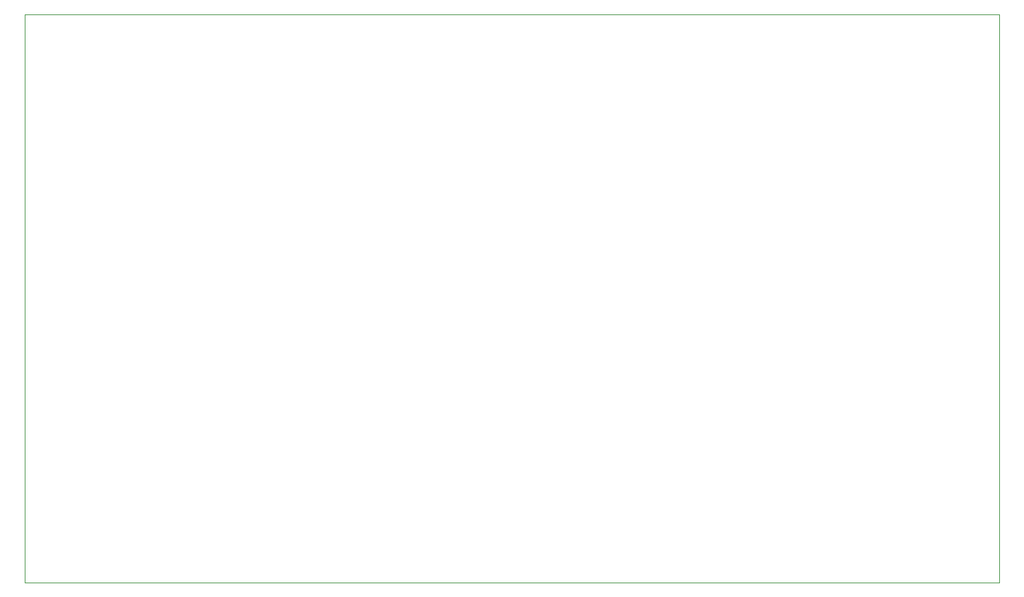
<source format=gm1>
%TF.GenerationSoftware,KiCad,Pcbnew,8.0.4*%
%TF.CreationDate,2024-09-13T19:46:17+02:00*%
%TF.ProjectId,smurf-box,736d7572-662d-4626-9f78-2e6b69636164,rev?*%
%TF.SameCoordinates,Original*%
%TF.FileFunction,Profile,NP*%
%FSLAX46Y46*%
G04 Gerber Fmt 4.6, Leading zero omitted, Abs format (unit mm)*
G04 Created by KiCad (PCBNEW 8.0.4) date 2024-09-13 19:46:17*
%MOMM*%
%LPD*%
G01*
G04 APERTURE LIST*
%TA.AperFunction,Profile*%
%ADD10C,0.050000*%
%TD*%
G04 APERTURE END LIST*
D10*
X43500000Y-68000000D02*
X163500000Y-68000000D01*
X163500000Y-138000000D01*
X43500000Y-138000000D01*
X43500000Y-68000000D01*
M02*

</source>
